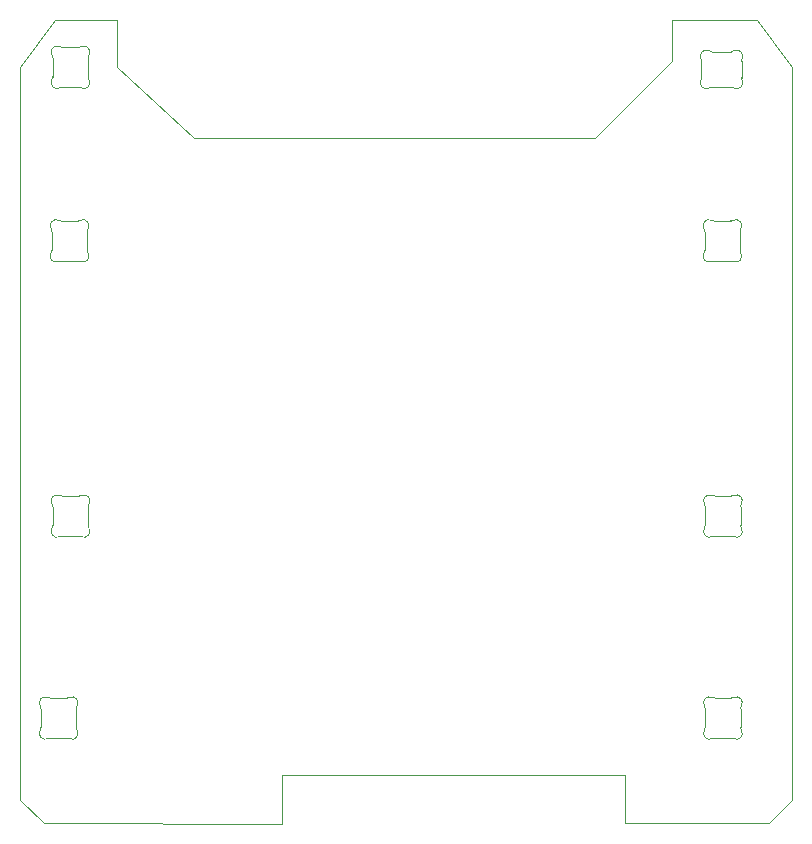
<source format=gm1>
G04 #@! TF.GenerationSoftware,KiCad,Pcbnew,(7.0.0)*
G04 #@! TF.CreationDate,2023-03-27T20:50:48+02:00*
G04 #@! TF.ProjectId,S3-27-epaper-touch,53332d32-372d-4657-9061-7065722d746f,rev?*
G04 #@! TF.SameCoordinates,Original*
G04 #@! TF.FileFunction,Profile,NP*
%FSLAX46Y46*%
G04 Gerber Fmt 4.6, Leading zero omitted, Abs format (unit mm)*
G04 Created by KiCad (PCBNEW (7.0.0)) date 2023-03-27 20:50:48*
%MOMM*%
%LPD*%
G01*
G04 APERTURE LIST*
G04 #@! TA.AperFunction,Profile*
%ADD10C,0.050000*%
G04 #@! TD*
G04 #@! TA.AperFunction,Profile*
%ADD11C,0.100000*%
G04 #@! TD*
G04 APERTURE END LIST*
D10*
X127000000Y-126034800D02*
X127000000Y-121920000D01*
D11*
X119500000Y-68000000D02*
X153500000Y-68000000D01*
D10*
X156000000Y-126000000D02*
X168200000Y-126000000D01*
X106800000Y-126000000D02*
X127000000Y-126034800D01*
D11*
X160000000Y-61500000D02*
X153500000Y-68000000D01*
D10*
X106800000Y-126000000D02*
X104800000Y-124000000D01*
D11*
X160000000Y-58000000D02*
X167200000Y-58000000D01*
X170200000Y-124000000D02*
X170200000Y-62000000D01*
X107800000Y-58000000D02*
X104800000Y-62000000D01*
X104800000Y-62000000D02*
X104800000Y-124000000D01*
X113000000Y-62000000D02*
X119500000Y-68000000D01*
X167200000Y-58000000D02*
X170200000Y-62000000D01*
X160000000Y-61500000D02*
X160000000Y-58000000D01*
X113000000Y-58000000D02*
X107800000Y-58000000D01*
D10*
X156000000Y-121920000D02*
X156000000Y-126000000D01*
D11*
X113000000Y-58000000D02*
X113000000Y-62000000D01*
D10*
X127000000Y-121920000D02*
X156000000Y-121920000D01*
X170200000Y-124000000D02*
X168200000Y-126000000D01*
D11*
X163617159Y-118799999D02*
X165022843Y-118799999D01*
X165820000Y-117894452D02*
X165820000Y-116305547D01*
X162820001Y-116305548D02*
X162820001Y-117894452D01*
X165022843Y-115400001D02*
X163617159Y-115400001D01*
X163617158Y-118800000D02*
G75*
G03*
X163400281Y-118849485I-1J-499989D01*
G01*
X162751704Y-118146711D02*
G75*
G03*
X163400281Y-118849484I431700J-252258D01*
G01*
X165239721Y-118849484D02*
G75*
G03*
X165022843Y-118799999I-216876J-450505D01*
G01*
X165239721Y-118849483D02*
G75*
G03*
X165888299Y-118146711I216878J450514D01*
G01*
X165820002Y-117894453D02*
G75*
G03*
X165888301Y-118146711I499981J-5D01*
G01*
X162751702Y-118146710D02*
G75*
G03*
X162820001Y-117894452I-431710J252261D01*
G01*
X165888299Y-116053289D02*
G75*
G03*
X165820000Y-116305547I431711J-252261D01*
G01*
X162819999Y-116305548D02*
G75*
G03*
X162751701Y-116053289I-499979J8D01*
G01*
X163400280Y-115350519D02*
G75*
G03*
X162751703Y-116053289I-216880J-450511D01*
G01*
X163400284Y-115350509D02*
G75*
G03*
X163617159Y-115400001I216916J450609D01*
G01*
X165888298Y-116053289D02*
G75*
G03*
X165239721Y-115350516I-431700J252258D01*
G01*
X165022844Y-115400001D02*
G75*
G03*
X165239721Y-115350515I156J499301D01*
G01*
X163617159Y-101699999D02*
X165022843Y-101699999D01*
X165820000Y-100794452D02*
X165820000Y-99205547D01*
X162820001Y-99205548D02*
X162820001Y-100794452D01*
X165022843Y-98300001D02*
X163617159Y-98300001D01*
X163617158Y-101700000D02*
G75*
G03*
X163400281Y-101749485I-1J-499989D01*
G01*
X162751704Y-101046711D02*
G75*
G03*
X163400281Y-101749484I431700J-252258D01*
G01*
X165239721Y-101749484D02*
G75*
G03*
X165022843Y-101699999I-216876J-450505D01*
G01*
X165239721Y-101749483D02*
G75*
G03*
X165888299Y-101046711I216878J450514D01*
G01*
X165820002Y-100794453D02*
G75*
G03*
X165888301Y-101046711I499981J-5D01*
G01*
X162751702Y-101046710D02*
G75*
G03*
X162820001Y-100794452I-431710J252261D01*
G01*
X165888299Y-98953289D02*
G75*
G03*
X165820000Y-99205547I431711J-252261D01*
G01*
X162819999Y-99205548D02*
G75*
G03*
X162751701Y-98953289I-499979J8D01*
G01*
X163400280Y-98250519D02*
G75*
G03*
X162751703Y-98953289I-216880J-450511D01*
G01*
X163400284Y-98250509D02*
G75*
G03*
X163617159Y-98300001I216916J450609D01*
G01*
X165888298Y-98953289D02*
G75*
G03*
X165239721Y-98250516I-431700J252258D01*
G01*
X165022844Y-98300001D02*
G75*
G03*
X165239721Y-98250515I156J499301D01*
G01*
X109702842Y-75000001D02*
X108297158Y-75000001D01*
X107500001Y-75905548D02*
X107500001Y-77494453D01*
X110500000Y-77494452D02*
X110500000Y-75905548D01*
X108297158Y-78399999D02*
X109702842Y-78399999D01*
X109702843Y-75000000D02*
G75*
G03*
X109919720Y-74950515I1J499989D01*
G01*
X110568297Y-75653289D02*
G75*
G03*
X109919720Y-74950516I-431700J252258D01*
G01*
X108080280Y-74950516D02*
G75*
G03*
X108297158Y-75000001I216876J450505D01*
G01*
X108080280Y-74950517D02*
G75*
G03*
X107431702Y-75653289I-216878J-450514D01*
G01*
X107499999Y-75905547D02*
G75*
G03*
X107431700Y-75653289I-499981J5D01*
G01*
X110568299Y-75653290D02*
G75*
G03*
X110500000Y-75905548I431710J-252261D01*
G01*
X107431702Y-77746711D02*
G75*
G03*
X107500001Y-77494453I-431711J252261D01*
G01*
X110500002Y-77494452D02*
G75*
G03*
X110568300Y-77746711I499979J-8D01*
G01*
X109919721Y-78449481D02*
G75*
G03*
X110568298Y-77746711I216880J450511D01*
G01*
X109919717Y-78449491D02*
G75*
G03*
X109702842Y-78399999I-216916J-450609D01*
G01*
X107431703Y-77746711D02*
G75*
G03*
X108080280Y-78449484I431700J-252258D01*
G01*
X108297157Y-78399999D02*
G75*
G03*
X108080280Y-78449485I-156J-499301D01*
G01*
X109782841Y-98300001D02*
X108377157Y-98300001D01*
X107580000Y-99205548D02*
X107580000Y-100794453D01*
X110579999Y-100794452D02*
X110579999Y-99205548D01*
X108377157Y-101699999D02*
X109782841Y-101699999D01*
X109782842Y-98300000D02*
G75*
G03*
X109999719Y-98250515I1J499989D01*
G01*
X110648296Y-98953289D02*
G75*
G03*
X109999719Y-98250516I-431700J252258D01*
G01*
X108160279Y-98250516D02*
G75*
G03*
X108377157Y-98300001I216876J450505D01*
G01*
X108160279Y-98250517D02*
G75*
G03*
X107511701Y-98953289I-216878J-450514D01*
G01*
X107579998Y-99205547D02*
G75*
G03*
X107511699Y-98953289I-499981J5D01*
G01*
X110648298Y-98953290D02*
G75*
G03*
X110579999Y-99205548I431710J-252261D01*
G01*
X107511701Y-101046711D02*
G75*
G03*
X107580000Y-100794453I-431711J252261D01*
G01*
X110580001Y-100794452D02*
G75*
G03*
X110648299Y-101046711I499979J-8D01*
G01*
X109999720Y-101749481D02*
G75*
G03*
X110648297Y-101046711I216880J450511D01*
G01*
X109999716Y-101749491D02*
G75*
G03*
X109782841Y-101699999I-216916J-450609D01*
G01*
X107511702Y-101046711D02*
G75*
G03*
X108160279Y-101749484I431700J-252258D01*
G01*
X108377156Y-101699999D02*
G75*
G03*
X108160279Y-101749485I-156J-499301D01*
G01*
X163567159Y-78399999D02*
X164972843Y-78399999D01*
X165770000Y-77494452D02*
X165770000Y-75905547D01*
X162770001Y-75905548D02*
X162770001Y-77494452D01*
X164972843Y-75000001D02*
X163567159Y-75000001D01*
X163567158Y-78400000D02*
G75*
G03*
X163350281Y-78449485I-1J-499989D01*
G01*
X162701704Y-77746711D02*
G75*
G03*
X163350281Y-78449484I431700J-252258D01*
G01*
X165189721Y-78449484D02*
G75*
G03*
X164972843Y-78399999I-216876J-450505D01*
G01*
X165189721Y-78449483D02*
G75*
G03*
X165838299Y-77746711I216878J450514D01*
G01*
X165770002Y-77494453D02*
G75*
G03*
X165838301Y-77746711I499981J-5D01*
G01*
X162701702Y-77746710D02*
G75*
G03*
X162770001Y-77494452I-431710J252261D01*
G01*
X165838299Y-75653289D02*
G75*
G03*
X165770000Y-75905547I431711J-252261D01*
G01*
X162769999Y-75905548D02*
G75*
G03*
X162701701Y-75653289I-499979J8D01*
G01*
X163350280Y-74950519D02*
G75*
G03*
X162701703Y-75653289I-216880J-450511D01*
G01*
X163350284Y-74950509D02*
G75*
G03*
X163567159Y-75000001I216916J450609D01*
G01*
X165838298Y-75653289D02*
G75*
G03*
X165189721Y-74950516I-431700J252258D01*
G01*
X164972844Y-75000001D02*
G75*
G03*
X165189721Y-74950515I156J499301D01*
G01*
X108782841Y-115400001D02*
X107377157Y-115400001D01*
X106580000Y-116305548D02*
X106580000Y-117894453D01*
X109579999Y-117894452D02*
X109579999Y-116305548D01*
X107377157Y-118799999D02*
X108782841Y-118799999D01*
X108782842Y-115400000D02*
G75*
G03*
X108999719Y-115350515I1J499989D01*
G01*
X109648296Y-116053289D02*
G75*
G03*
X108999719Y-115350516I-431700J252258D01*
G01*
X107160279Y-115350516D02*
G75*
G03*
X107377157Y-115400001I216876J450505D01*
G01*
X107160279Y-115350517D02*
G75*
G03*
X106511701Y-116053289I-216878J-450514D01*
G01*
X106579998Y-116305547D02*
G75*
G03*
X106511699Y-116053289I-499981J5D01*
G01*
X109648298Y-116053290D02*
G75*
G03*
X109579999Y-116305548I431710J-252261D01*
G01*
X106511701Y-118146711D02*
G75*
G03*
X106580000Y-117894453I-431711J252261D01*
G01*
X109580001Y-117894452D02*
G75*
G03*
X109648299Y-118146711I499979J-8D01*
G01*
X108999720Y-118849481D02*
G75*
G03*
X109648297Y-118146711I216880J450511D01*
G01*
X108999716Y-118849491D02*
G75*
G03*
X108782841Y-118799999I-216916J-450609D01*
G01*
X106511702Y-118146711D02*
G75*
G03*
X107160279Y-118849484I431700J-252258D01*
G01*
X107377156Y-118799999D02*
G75*
G03*
X107160279Y-118849485I-156J-499301D01*
G01*
X165899999Y-62882841D02*
X165899999Y-61477157D01*
X164994452Y-60680000D02*
X163405547Y-60680000D01*
X163405548Y-63679999D02*
X164994452Y-63679999D01*
X162500001Y-61477157D02*
X162500001Y-62882841D01*
X165900000Y-62882842D02*
G75*
G03*
X165949485Y-63099719I499989J-1D01*
G01*
X165246711Y-63748296D02*
G75*
G03*
X165949484Y-63099719I252258J431700D01*
G01*
X165949484Y-61260279D02*
G75*
G03*
X165899999Y-61477157I450505J-216876D01*
G01*
X165949483Y-61260279D02*
G75*
G03*
X165246711Y-60611701I-450514J216878D01*
G01*
X164994453Y-60679998D02*
G75*
G03*
X165246711Y-60611699I5J499981D01*
G01*
X165246710Y-63748298D02*
G75*
G03*
X164994452Y-63679999I-252261J-431710D01*
G01*
X163153289Y-60611701D02*
G75*
G03*
X163405547Y-60680000I252261J431711D01*
G01*
X163405548Y-63680001D02*
G75*
G03*
X163153289Y-63748299I-8J-499979D01*
G01*
X162450519Y-63099720D02*
G75*
G03*
X163153289Y-63748297I450511J-216880D01*
G01*
X162450509Y-63099716D02*
G75*
G03*
X162500001Y-62882841I-450609J216916D01*
G01*
X163153289Y-60611702D02*
G75*
G03*
X162450516Y-61260279I-252258J-431700D01*
G01*
X162500001Y-61477156D02*
G75*
G03*
X162450515Y-61260279I-499301J156D01*
G01*
X109782841Y-60300001D02*
X108377157Y-60300001D01*
X107580000Y-61205548D02*
X107580000Y-62794453D01*
X110579999Y-62794452D02*
X110579999Y-61205548D01*
X108377157Y-63699999D02*
X109782841Y-63699999D01*
X109782842Y-60300000D02*
G75*
G03*
X109999719Y-60250515I1J499989D01*
G01*
X110648296Y-60953289D02*
G75*
G03*
X109999719Y-60250516I-431700J252258D01*
G01*
X108160279Y-60250516D02*
G75*
G03*
X108377157Y-60300001I216876J450505D01*
G01*
X108160279Y-60250517D02*
G75*
G03*
X107511701Y-60953289I-216878J-450514D01*
G01*
X107579998Y-61205547D02*
G75*
G03*
X107511699Y-60953289I-499981J5D01*
G01*
X110648298Y-60953290D02*
G75*
G03*
X110579999Y-61205548I431710J-252261D01*
G01*
X107511701Y-63046711D02*
G75*
G03*
X107580000Y-62794453I-431711J252261D01*
G01*
X110580001Y-62794452D02*
G75*
G03*
X110648299Y-63046711I499979J-8D01*
G01*
X109999720Y-63749481D02*
G75*
G03*
X110648297Y-63046711I216880J450511D01*
G01*
X109999716Y-63749491D02*
G75*
G03*
X109782841Y-63699999I-216916J-450609D01*
G01*
X107511702Y-63046711D02*
G75*
G03*
X108160279Y-63749484I431700J-252258D01*
G01*
X108377156Y-63699999D02*
G75*
G03*
X108160279Y-63749485I-156J-499301D01*
G01*
M02*

</source>
